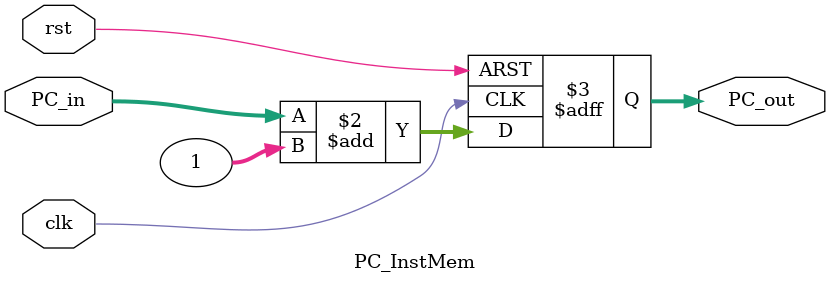
<source format=v>
`timescale 1ns / 1ps
module PC_InstMem (
    input clk,
    input rst,
    input [31:0]PC_in,
	 output reg [31:0]PC_out
);


always @ (posedge clk or posedge rst) begin
    if (rst) begin
        PC_out <= 0;
		  end
    else begin
        PC_out <= PC_in + 1; 
    end
end



endmodule


</source>
